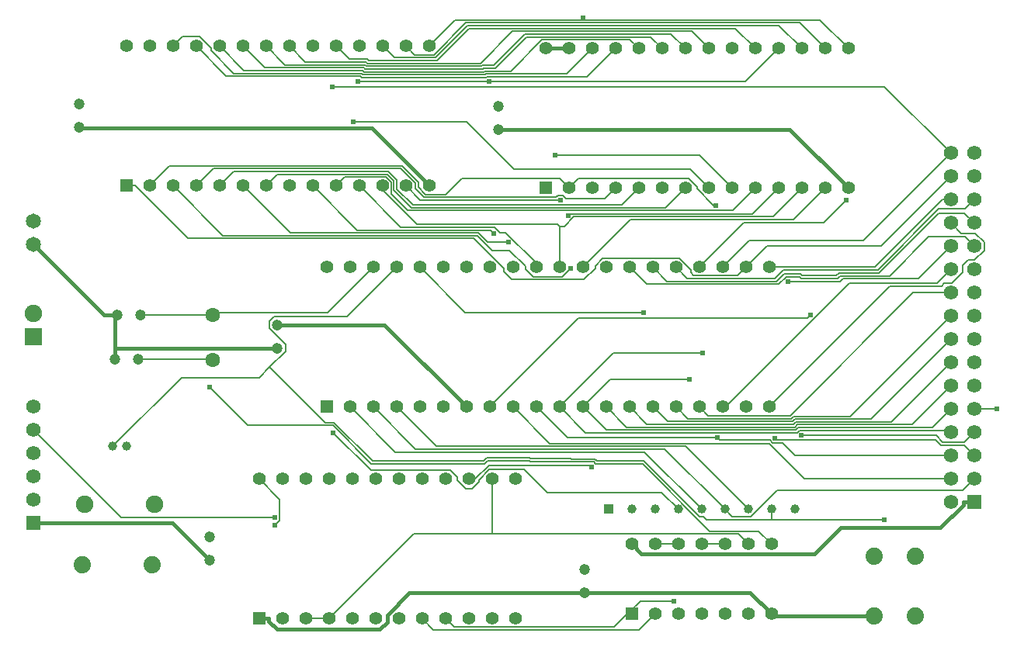
<source format=gtl>
G04 Layer: TopLayer*
G04 EasyEDA v6.5.39, 2024-01-14 17:56:52*
G04 c363591a1d08496683314aa892e3d9f8,ced954a3207a4d028f07e6fa70cdf7d5,10*
G04 Gerber Generator version 0.2*
G04 Scale: 100 percent, Rotated: No, Reflected: No *
G04 Dimensions in inches *
G04 leading zeros omitted , absolute positions ,3 integer and 6 decimal *
%FSLAX36Y36*%
%MOIN*%

%ADD10C,0.0060*%
%ADD11C,0.0180*%
%ADD12R,0.0550X0.0550*%
%ADD13C,0.0550*%
%ADD14C,0.0630*%
%ADD15C,0.0470*%
%ADD16C,0.0740*%
%ADD17C,0.0620*%
%ADD18R,0.0620X0.0620*%
%ADD19C,0.0650*%
%ADD20C,0.0750*%
%ADD21C,0.0394*%
%ADD22R,0.0748X0.0748*%
%ADD23C,0.0748*%
%ADD24R,0.0397X0.0397*%
%ADD25C,0.0397*%
%ADD26C,0.0240*%
%ADD27C,0.0109*%

%LPD*%
D10*
X3570000Y-2590000D02*
G01*
X3670000Y-2590000D01*
X1470000Y-1606999D02*
G01*
X1470000Y-1607100D01*
X1161000Y-1606999D02*
G01*
X1470000Y-1606999D01*
X1470000Y-1606999D02*
G01*
X1482100Y-1594899D01*
X1965100Y-1594899D01*
X2160000Y-1400000D01*
X2260000Y-2000000D02*
G01*
X2430399Y-2170399D01*
X3500399Y-2170399D01*
X3770000Y-2440000D01*
X3884099Y-2134800D02*
G01*
X3892799Y-2143499D01*
X4573500Y-2143499D01*
X4596899Y-2166900D01*
X4696899Y-2166900D01*
X4740000Y-2210000D01*
X700000Y-2100000D02*
G01*
X1076700Y-2476700D01*
X1736700Y-2476700D01*
X1670000Y-2310000D02*
G01*
X1757799Y-2397800D01*
X1757799Y-2490000D01*
X1738800Y-2509000D01*
X1151000Y-1796999D02*
G01*
X1466999Y-1796999D01*
X1470000Y-1800000D01*
X4640000Y-1310000D02*
G01*
X4500699Y-1449299D01*
X4176499Y-1449299D01*
X4163299Y-1462500D01*
X3941999Y-1462500D01*
X1600000Y-450000D02*
G01*
X1693000Y-543000D01*
X2119700Y-543000D01*
X2125000Y-548299D01*
X2630000Y-548299D01*
X2632600Y-545700D01*
X2683199Y-545700D01*
X2818199Y-410700D01*
X3350699Y-410700D01*
X3400000Y-460000D01*
X3460000Y-2000000D02*
G01*
X3510900Y-2050900D01*
X3954899Y-2050900D01*
X3965100Y-2040599D01*
X4209399Y-2040599D01*
X4640000Y-1610000D01*
X1400000Y-450000D02*
G01*
X1529399Y-579400D01*
X2104600Y-579400D01*
X2109899Y-584699D01*
X2645100Y-584699D01*
X2647700Y-582100D01*
X3077899Y-582100D01*
X3200000Y-460000D01*
X3360000Y-2000000D02*
G01*
X3423000Y-2063000D01*
X3959899Y-2063000D01*
X3970200Y-2052800D01*
X4297299Y-2052800D01*
X4640000Y-1710000D01*
X3006499Y-1405300D02*
G01*
X2970200Y-1441599D01*
X2848199Y-1441599D01*
X2814300Y-1407699D01*
X2814300Y-1395599D01*
X2746000Y-1327300D01*
X2669799Y-1327300D01*
X2607500Y-1265000D01*
X1515000Y-1265000D01*
X1300000Y-1050000D01*
X3160000Y-2000000D02*
G01*
X3247600Y-2087600D01*
X3969700Y-2087600D01*
X3980200Y-2076999D01*
X4473000Y-2076999D01*
X4640000Y-1910000D01*
X1500000Y-1050000D02*
G01*
X1560900Y-989099D01*
X2225299Y-989099D01*
X2262799Y-1026599D01*
X2262799Y-1065000D01*
X2330500Y-1132800D01*
X3227200Y-1132800D01*
X3300000Y-1060000D01*
X4740000Y-2310000D02*
G01*
X4690000Y-2360000D01*
X3893100Y-2360000D01*
X3781800Y-2471300D01*
X3701300Y-2471300D01*
X3670000Y-2440000D01*
X2160000Y-2000000D02*
G01*
X2342500Y-2182500D01*
X3412500Y-2182500D01*
X3670000Y-2440000D01*
D11*
X3870000Y-2890000D02*
G01*
X3878000Y-2898000D01*
X4311000Y-2898000D01*
X700000Y-2500000D02*
G01*
X1298000Y-2500000D01*
X1456999Y-2659000D01*
X3870000Y-2890000D02*
G01*
X3778999Y-2799000D01*
X3066999Y-2799000D01*
X3066999Y-2799000D02*
G01*
X2316199Y-2799000D01*
X2220000Y-2895200D01*
X2220000Y-2923899D01*
X2186999Y-2956900D01*
X1748800Y-2956900D01*
X1712500Y-2920599D01*
X1712500Y-2910000D01*
X1670000Y-2910000D02*
G01*
X1712500Y-2910000D01*
X700000Y-1303800D02*
G01*
X1003199Y-1606999D01*
X1051000Y-1606999D01*
X1051000Y-1606999D02*
G01*
X1061000Y-1606999D01*
X1051000Y-1749000D02*
G01*
X1746999Y-1749000D01*
X1051000Y-1606999D02*
G01*
X1051000Y-1749000D01*
X1051000Y-1749000D02*
G01*
X1051000Y-1796999D01*
X4200000Y-1060000D02*
G01*
X3948999Y-809000D01*
X2696999Y-809000D01*
X2400000Y-1050000D02*
G01*
X2153599Y-803600D01*
X901599Y-803600D01*
X896999Y-799000D01*
D10*
X2260000Y-1400000D02*
G01*
X2046899Y-1613099D01*
X1734200Y-1613099D01*
X1714399Y-1632899D01*
X1714399Y-1662500D01*
X1783699Y-1731799D01*
X1783699Y-1760999D01*
X1716199Y-1828499D01*
X1716199Y-1828499D02*
G01*
X1670100Y-1874600D01*
X1336300Y-1874600D01*
X1040900Y-2170000D01*
X4354200Y-2486599D02*
G01*
X3870900Y-2486599D01*
X3870000Y-2485700D01*
X3870000Y-2485700D02*
G01*
X3870000Y-2440000D01*
X4740000Y-2010000D02*
G01*
X4838800Y-2010000D01*
X1716199Y-1828499D02*
G01*
X1955900Y-2068099D01*
X1991899Y-2068099D01*
X2156300Y-2232399D01*
X2634399Y-2232399D01*
X2646499Y-2220300D01*
X2835200Y-2220300D01*
X2835699Y-2220799D01*
X3006400Y-2220799D01*
X3009600Y-2224099D01*
X3111499Y-2224099D01*
X3120399Y-2233000D01*
X3321499Y-2233000D01*
X3560500Y-2471999D01*
X3577700Y-2471999D01*
X3591400Y-2485700D01*
X3870000Y-2485700D01*
D11*
X1746999Y-1649000D02*
G01*
X2208999Y-1649000D01*
X2560000Y-2000000D01*
X2900000Y-460000D02*
G01*
X3000000Y-460000D01*
X3270000Y-2590000D02*
G01*
X3312600Y-2632600D01*
X4054799Y-2632600D01*
X4167200Y-2520200D01*
X4595299Y-2520200D01*
X4693999Y-2421500D01*
X4693999Y-2410000D01*
X4740000Y-2410000D02*
G01*
X4693999Y-2410000D01*
D10*
X1700000Y-450000D02*
G01*
X1780900Y-530900D01*
X2124700Y-530900D01*
X2130000Y-536199D01*
X2625000Y-536199D01*
X2627600Y-533499D01*
X2676400Y-533499D01*
X2811400Y-398499D01*
X3438500Y-398499D01*
X3500000Y-460000D01*
X2300000Y-450000D02*
G01*
X2337700Y-487699D01*
X2421000Y-487699D01*
X2558599Y-350000D01*
X3990000Y-350000D01*
X4100000Y-460000D01*
X4740000Y-1310000D02*
G01*
X4699799Y-1269800D01*
X4545900Y-1269800D01*
X4378500Y-1437199D01*
X4165399Y-1437199D01*
X4153299Y-1449299D01*
X3997500Y-1449299D01*
X3989600Y-1441399D01*
X3932899Y-1441399D01*
X3901300Y-1473099D01*
X3333100Y-1473099D01*
X3260000Y-1400000D01*
X3260000Y-2000000D02*
G01*
X3335100Y-2075100D01*
X3964899Y-2075100D01*
X3975200Y-2064899D01*
X4385100Y-2064899D01*
X4640000Y-1810000D01*
X1400000Y-1050000D02*
G01*
X1473100Y-976900D01*
X2278699Y-976900D01*
X2341599Y-1039899D01*
X2341599Y-1062899D01*
X2379099Y-1100399D01*
X2945900Y-1100399D01*
X2955699Y-1090599D01*
X2973199Y-1090599D01*
X2986800Y-1104099D01*
X3155900Y-1104099D01*
X3200000Y-1060000D01*
X1970000Y-2910000D02*
G01*
X1870000Y-2910000D01*
X2670000Y-2546599D02*
G01*
X2670000Y-2310000D01*
X3770000Y-2590000D02*
G01*
X3726599Y-2546599D01*
X2670000Y-2546599D01*
X2670000Y-2546599D02*
G01*
X2333400Y-2546599D01*
X1970000Y-2910000D01*
X4740000Y-1110000D02*
G01*
X4699899Y-1150199D01*
X4589499Y-1150199D01*
X4327500Y-1412100D01*
X3921800Y-1412100D01*
X3885200Y-1448800D01*
X3508800Y-1448800D01*
X3460000Y-1400000D01*
X2656499Y-600500D02*
G01*
X2656499Y-603200D01*
X3900000Y-460000D02*
G01*
X3759499Y-600500D01*
X2656499Y-600500D01*
X2656499Y-600500D02*
G01*
X2095799Y-600500D01*
X4640000Y-1410000D02*
G01*
X4580100Y-1469899D01*
X4204099Y-1469899D01*
X3673999Y-2000000D01*
X3660000Y-2000000D01*
X1800000Y-450000D02*
G01*
X1868800Y-518800D01*
X2129700Y-518800D01*
X2135000Y-524099D01*
X2619899Y-524099D01*
X2757600Y-386399D01*
X3526400Y-386399D01*
X3600000Y-460000D01*
X2200000Y-450000D02*
G01*
X2249799Y-499800D01*
X2426999Y-499800D01*
X2564700Y-362199D01*
X3902200Y-362199D01*
X4000000Y-460000D01*
X4740000Y-1210000D02*
G01*
X4698199Y-1168200D01*
X4588599Y-1168200D01*
X4331800Y-1425000D01*
X4160399Y-1425000D01*
X4148699Y-1436700D01*
X4001999Y-1436700D01*
X3994700Y-1429299D01*
X3924200Y-1429299D01*
X3892600Y-1460900D01*
X3420900Y-1460900D01*
X3360000Y-1400000D01*
X4191999Y-1110999D02*
G01*
X4095299Y-1207699D01*
X3752299Y-1207699D01*
X3560000Y-1400000D01*
X2000000Y-450000D02*
G01*
X2056599Y-506599D01*
X2134799Y-506599D01*
X2140100Y-511900D01*
X2433100Y-511900D01*
X2570699Y-374299D01*
X3714300Y-374299D01*
X3800000Y-460000D01*
X3097700Y-2257300D02*
G01*
X3091099Y-2250599D01*
X2656599Y-2250599D01*
X2597200Y-2310000D01*
X2570000Y-2310000D01*
X3998999Y-2122399D02*
G01*
X4576499Y-2122399D01*
X4605900Y-2151700D01*
X4698299Y-2151700D01*
X4740000Y-2110000D01*
X2060000Y-2000000D02*
G01*
X2254600Y-2194600D01*
X3324600Y-2194600D01*
X3570000Y-2440000D01*
X4640000Y-1510000D02*
G01*
X4478599Y-1510000D01*
X3949899Y-2038800D01*
X3598800Y-2038800D01*
X3560000Y-2000000D01*
X1500000Y-450000D02*
G01*
X1605100Y-555100D01*
X2114600Y-555100D01*
X2120000Y-560500D01*
X2635000Y-560500D01*
X2637700Y-557800D01*
X2749799Y-557800D01*
X2884799Y-422800D01*
X3262799Y-422800D01*
X3300000Y-460000D01*
X3060000Y-2000000D02*
G01*
X3159700Y-2099699D01*
X3974700Y-2099699D01*
X3985299Y-2089099D01*
X4560900Y-2089099D01*
X4640000Y-2010000D01*
X3060000Y-2000000D02*
G01*
X3178800Y-1881199D01*
X3518999Y-1881199D01*
X1600000Y-1050000D02*
G01*
X1802899Y-1252899D01*
X2612600Y-1252899D01*
X2652600Y-1292899D01*
X2741499Y-1292899D01*
X2960000Y-1400000D02*
G01*
X2960000Y-1223899D01*
X4000000Y-1060000D02*
G01*
X3876800Y-1183299D01*
X3021400Y-1183299D01*
X2980699Y-1223899D01*
X2960000Y-1223899D01*
X2200000Y-1050000D02*
G01*
X2200000Y-1067199D01*
X2349300Y-1216500D01*
X2952600Y-1216500D01*
X2960000Y-1223899D01*
X3760000Y-1400000D02*
G01*
X3852299Y-1307699D01*
X4342299Y-1307699D01*
X4640000Y-1010000D01*
X1100000Y-1050000D02*
G01*
X1136599Y-1050000D01*
X3760000Y-1400000D02*
G01*
X3723299Y-1436700D01*
X3536099Y-1436700D01*
X3523199Y-1423800D01*
X3523199Y-1410999D01*
X3475399Y-1363099D01*
X3144600Y-1363099D01*
X3113800Y-1394000D01*
X3113800Y-1404200D01*
X3064200Y-1453699D01*
X2756199Y-1453699D01*
X2721099Y-1418699D01*
X2721099Y-1406900D01*
X2591400Y-1277100D01*
X1363699Y-1277100D01*
X1363699Y-1277100D01*
X1136599Y-1050000D01*
X3270000Y-2890000D02*
G01*
X3251700Y-2890000D01*
X3251700Y-2890000D02*
G01*
X3194700Y-2946999D01*
X2506999Y-2946999D01*
X2470000Y-2910000D01*
X3251700Y-2890000D02*
G01*
X3306499Y-2835300D01*
X3449600Y-2835300D01*
X3860000Y-1400000D02*
G01*
X4315699Y-1400000D01*
X4605699Y-1110000D01*
X4640000Y-1110000D01*
X1300000Y-450000D02*
G01*
X1339899Y-410100D01*
X1413500Y-410100D01*
X1463199Y-459800D01*
X1463199Y-468200D01*
X1562299Y-567300D01*
X2109600Y-567300D01*
X2114899Y-572600D01*
X2640000Y-572600D01*
X2642700Y-569899D01*
X2990100Y-569899D01*
X3100000Y-460000D01*
X2960000Y-2000000D02*
G01*
X3071800Y-2111799D01*
X3979799Y-2111799D01*
X3990299Y-2101300D01*
X4631300Y-2101300D01*
X4640000Y-2110000D01*
X3572899Y-1768400D02*
G01*
X3191599Y-1768400D01*
X2960000Y-2000000D01*
X1700000Y-1050000D02*
G01*
X1748800Y-1001199D01*
X2220200Y-1001199D01*
X2249399Y-1030300D01*
X2249399Y-1069899D01*
X2324399Y-1144899D01*
X3415100Y-1144899D01*
X3500000Y-1060000D01*
X4100000Y-1060000D02*
G01*
X3964499Y-1195599D01*
X3264499Y-1195599D01*
X3060000Y-1400000D01*
X2300000Y-1050000D02*
G01*
X2362500Y-1112500D01*
X2963599Y-1112500D01*
X2964499Y-1111700D01*
X3062700Y-337899D02*
G01*
X3062700Y-328899D01*
X2400000Y-450000D02*
G01*
X2512100Y-337899D01*
X3062700Y-337899D01*
X3062700Y-337899D02*
G01*
X4077899Y-337899D01*
X4200000Y-460000D01*
X4640000Y-2310000D02*
G01*
X4012299Y-2310000D01*
X3860600Y-2158200D01*
X2918199Y-2158200D01*
X2760000Y-2000000D01*
X2942299Y-920300D02*
G01*
X3560299Y-920300D01*
X3700000Y-1060000D01*
X1900000Y-1050000D02*
G01*
X2090699Y-1240700D01*
X2664399Y-1240700D01*
X2677600Y-1253899D01*
X1456999Y-1914699D02*
G01*
X1622500Y-2080199D01*
X1986899Y-2080199D01*
X2151300Y-2244600D01*
X2639399Y-2244600D01*
X2651499Y-2232399D01*
X2830200Y-2232399D01*
X2833900Y-2236199D01*
X3106499Y-2236199D01*
X3115399Y-2245100D01*
X3316400Y-2245100D01*
X3605799Y-2534499D01*
X3814499Y-2534499D01*
X3870000Y-2590000D01*
X3470000Y-2440000D02*
G01*
X3399200Y-2369200D01*
X2906899Y-2369200D01*
X2806499Y-2268800D01*
X2659399Y-2268800D01*
X2613199Y-2315000D01*
X2613199Y-2322899D01*
X2583599Y-2352500D01*
X2558699Y-2352500D01*
X2520000Y-2313899D01*
X2520000Y-2303699D01*
X2489700Y-2273400D01*
X2150200Y-2273400D01*
X1987299Y-2110500D01*
X3321199Y-1594600D02*
G01*
X2554600Y-1594600D01*
X2360000Y-1400000D01*
X3370000Y-2590000D02*
G01*
X3470000Y-2590000D01*
X3900000Y-1060000D02*
G01*
X3789399Y-1170700D01*
X3004099Y-1170700D01*
X2996499Y-1178200D01*
X2100000Y-1050000D02*
G01*
X2278599Y-1228600D01*
X2682100Y-1228600D01*
X2704099Y-1250500D01*
X2704099Y-1250500D01*
X2728999Y-1250500D01*
X2860000Y-1381599D01*
X2860000Y-1400000D01*
X3370000Y-2890000D02*
G01*
X3300900Y-2959099D01*
X2419099Y-2959099D01*
X2370000Y-2910000D01*
X3660000Y-1400000D02*
G01*
X3775799Y-1284200D01*
X4265799Y-1284200D01*
X4640000Y-910000D01*
X4640000Y-910000D02*
G01*
X4354300Y-624299D01*
X1984899Y-624299D01*
X4640000Y-1210000D02*
G01*
X4685100Y-1255100D01*
X4746199Y-1255100D01*
X4783599Y-1292399D01*
X4783599Y-1328000D01*
X4741700Y-1369899D01*
X4713400Y-1369899D01*
X4690000Y-1393299D01*
X4690000Y-1423000D01*
X4643100Y-1469899D01*
X4612100Y-1469899D01*
X4599899Y-1481999D01*
X4378000Y-1481999D01*
X3860000Y-2000000D01*
X1200000Y-1050000D02*
G01*
X1285200Y-964800D01*
X2283800Y-964800D01*
X2353800Y-1034800D01*
X2353800Y-1056100D01*
X2385900Y-1088299D01*
X2472700Y-1088299D01*
X2540500Y-1020399D01*
X2960399Y-1020399D01*
X3000000Y-1060000D01*
X3000000Y-1060000D02*
G01*
X3040600Y-1019400D01*
X3515000Y-1019400D01*
X3550000Y-1054400D01*
X3550000Y-1063099D01*
X3622799Y-1135900D01*
X3631099Y-1135900D01*
X3638699Y-2132899D02*
G01*
X2992899Y-2132899D01*
X2860000Y-2000000D01*
X4640000Y-2210000D02*
G01*
X3971700Y-2210000D01*
X3917600Y-2155900D01*
X3875399Y-2155900D01*
X3863000Y-2143499D01*
X3863000Y-2143499D01*
X3649200Y-2143499D01*
X3638699Y-2132899D01*
X3600000Y-1060000D02*
G01*
X3520299Y-980300D01*
X2765399Y-980300D01*
X2561599Y-776500D01*
X2073500Y-776500D01*
X4037299Y-1606799D02*
G01*
X4025699Y-1618499D01*
X3041499Y-1618499D01*
X2660000Y-2000000D01*
X2000000Y-1050000D02*
G01*
X2036700Y-1013299D01*
X2215200Y-1013299D01*
X2237200Y-1035399D01*
X2237200Y-1084699D01*
X2309499Y-1156999D01*
X3703000Y-1156999D01*
X3800000Y-1060000D01*
D12*
G01*
X1960000Y-2000000D03*
D13*
G01*
X2060000Y-2000000D03*
G01*
X2160000Y-2000000D03*
G01*
X2260000Y-2000000D03*
G01*
X2360000Y-2000000D03*
G01*
X2460000Y-2000000D03*
G01*
X2560000Y-2000000D03*
G01*
X2660000Y-2000000D03*
G01*
X2760000Y-2000000D03*
G01*
X2860000Y-2000000D03*
G01*
X2960000Y-2000000D03*
G01*
X3060000Y-2000000D03*
G01*
X3160000Y-2000000D03*
G01*
X3260000Y-2000000D03*
G01*
X3360000Y-2000000D03*
G01*
X3460000Y-2000000D03*
G01*
X3560000Y-2000000D03*
G01*
X3660000Y-2000000D03*
G01*
X3760000Y-2000000D03*
G01*
X3860000Y-2000000D03*
G01*
X3860000Y-1400000D03*
G01*
X3760000Y-1400000D03*
G01*
X3660000Y-1400000D03*
G01*
X3560000Y-1400000D03*
G01*
X3460000Y-1400000D03*
G01*
X3360000Y-1400000D03*
G01*
X3260000Y-1400000D03*
G01*
X3160000Y-1400000D03*
G01*
X3060000Y-1400000D03*
G01*
X2960000Y-1400000D03*
G01*
X2860000Y-1400000D03*
G01*
X2760000Y-1400000D03*
G01*
X2660000Y-1400000D03*
G01*
X2560000Y-1400000D03*
G01*
X2460000Y-1400000D03*
G01*
X2360000Y-1400000D03*
G01*
X2260000Y-1400000D03*
G01*
X2160000Y-1400000D03*
G01*
X2060000Y-1400000D03*
G01*
X1960000Y-1400000D03*
D12*
G01*
X1670000Y-2910000D03*
D13*
G01*
X1770000Y-2910000D03*
G01*
X1870000Y-2910000D03*
G01*
X1970000Y-2910000D03*
G01*
X2070000Y-2910000D03*
G01*
X2170000Y-2910000D03*
G01*
X2270000Y-2910000D03*
G01*
X2370000Y-2910000D03*
G01*
X2470000Y-2910000D03*
G01*
X2570000Y-2910000D03*
G01*
X2670000Y-2910000D03*
G01*
X2770000Y-2910000D03*
G01*
X2770000Y-2310000D03*
G01*
X2670000Y-2310000D03*
G01*
X2570000Y-2310000D03*
G01*
X2470000Y-2310000D03*
G01*
X2370000Y-2310000D03*
G01*
X2270000Y-2310000D03*
G01*
X2170000Y-2310000D03*
G01*
X2070000Y-2310000D03*
G01*
X1970000Y-2310000D03*
G01*
X1870000Y-2310000D03*
G01*
X1770000Y-2310000D03*
G01*
X1670000Y-2310000D03*
D12*
G01*
X2900000Y-1060000D03*
D13*
G01*
X3000000Y-1060000D03*
G01*
X3100000Y-1060000D03*
G01*
X3200000Y-1060000D03*
G01*
X3300000Y-1060000D03*
G01*
X3400000Y-1060000D03*
G01*
X3500000Y-1060000D03*
G01*
X3600000Y-1060000D03*
G01*
X3700000Y-1060000D03*
G01*
X3800000Y-1060000D03*
G01*
X3900000Y-1060000D03*
G01*
X4000000Y-1060000D03*
G01*
X4100000Y-1060000D03*
G01*
X4200000Y-1060000D03*
G01*
X4200000Y-460000D03*
G01*
X4100000Y-460000D03*
G01*
X4000000Y-460000D03*
G01*
X3900000Y-460000D03*
G01*
X3800000Y-460000D03*
G01*
X3700000Y-460000D03*
G01*
X3600000Y-460000D03*
G01*
X3500000Y-460000D03*
G01*
X3400000Y-460000D03*
G01*
X3300000Y-460000D03*
G01*
X3200000Y-460000D03*
G01*
X3100000Y-460000D03*
G01*
X3000000Y-460000D03*
G01*
X2900000Y-460000D03*
D12*
G01*
X1100000Y-1050000D03*
D13*
G01*
X1200000Y-1050000D03*
G01*
X1300000Y-1050000D03*
G01*
X1400000Y-1050000D03*
G01*
X1500000Y-1050000D03*
G01*
X1600000Y-1050000D03*
G01*
X1700000Y-1050000D03*
G01*
X1800000Y-1050000D03*
G01*
X1900000Y-1050000D03*
G01*
X2000000Y-1050000D03*
G01*
X2100000Y-1050000D03*
G01*
X2200000Y-1050000D03*
G01*
X2300000Y-1050000D03*
G01*
X2400000Y-1050000D03*
G01*
X2400000Y-450000D03*
G01*
X2300000Y-450000D03*
G01*
X2200000Y-450000D03*
G01*
X2100000Y-450000D03*
G01*
X2000000Y-450000D03*
G01*
X1900000Y-450000D03*
G01*
X1800000Y-450000D03*
G01*
X1700000Y-450000D03*
G01*
X1600000Y-450000D03*
G01*
X1500000Y-450000D03*
G01*
X1400000Y-450000D03*
G01*
X1300000Y-450000D03*
G01*
X1200000Y-450000D03*
G01*
X1100000Y-450000D03*
D14*
G01*
X1470000Y-1800000D03*
G01*
X1470000Y-1607080D03*
D15*
G01*
X1151000Y-1796999D03*
G01*
X1051000Y-1796999D03*
G01*
X1161000Y-1606999D03*
G01*
X1061000Y-1606999D03*
D16*
G01*
X4488999Y-2641999D03*
G01*
X4488999Y-2898000D03*
G01*
X4311000Y-2641999D03*
G01*
X4311000Y-2898000D03*
D17*
G01*
X700000Y-2000000D03*
G01*
X700000Y-2100000D03*
G01*
X700000Y-2200000D03*
G01*
X700000Y-2300000D03*
G01*
X700000Y-2400000D03*
D18*
G01*
X700000Y-2500000D03*
D15*
G01*
X2696999Y-709000D03*
G01*
X2696999Y-809000D03*
G01*
X896999Y-699000D03*
G01*
X896999Y-799000D03*
G01*
X1746999Y-1649000D03*
G01*
X1746999Y-1749000D03*
G01*
X3066999Y-2699000D03*
G01*
X3066999Y-2799000D03*
G01*
X1456999Y-2559000D03*
G01*
X1456999Y-2659000D03*
D19*
G01*
X700000Y-1203800D03*
G01*
X700000Y-1303800D03*
D16*
G01*
X910000Y-2680000D03*
G01*
X1210000Y-2680000D03*
D18*
G01*
X4740000Y-2410000D03*
D17*
G01*
X4640000Y-2410000D03*
G01*
X4740000Y-2310000D03*
G01*
X4640000Y-2310000D03*
G01*
X4740000Y-2210000D03*
G01*
X4640000Y-2210000D03*
G01*
X4740000Y-2110000D03*
G01*
X4640000Y-2110000D03*
G01*
X4740000Y-2010000D03*
G01*
X4640000Y-2010000D03*
G01*
X4740000Y-1910000D03*
G01*
X4640000Y-1910000D03*
G01*
X4740000Y-1810000D03*
G01*
X4640000Y-1810000D03*
G01*
X4740000Y-1710000D03*
G01*
X4640000Y-1710000D03*
G01*
X4740000Y-1610000D03*
G01*
X4640000Y-1610000D03*
G01*
X4740000Y-1510000D03*
G01*
X4640000Y-1510000D03*
G01*
X4740000Y-1410000D03*
G01*
X4640000Y-1410000D03*
G01*
X4740000Y-1310000D03*
G01*
X4640000Y-1310000D03*
G01*
X4740000Y-1210000D03*
G01*
X4640000Y-1210000D03*
G01*
X4740000Y-1110000D03*
G01*
X4640000Y-1110000D03*
G01*
X4740000Y-1010000D03*
G01*
X4640000Y-1010000D03*
G01*
X4740000Y-910000D03*
G01*
X4640000Y-910000D03*
D20*
G01*
X920000Y-2420000D03*
G01*
X1220000Y-2420000D03*
D21*
G01*
X1100000Y-2170000D03*
G01*
X1040900Y-2170000D03*
D12*
G01*
X3270000Y-2890000D03*
D13*
G01*
X3370000Y-2890000D03*
G01*
X3470000Y-2890000D03*
G01*
X3570000Y-2890000D03*
G01*
X3670000Y-2890000D03*
G01*
X3770000Y-2890000D03*
G01*
X3870000Y-2890000D03*
G01*
X3870000Y-2590000D03*
G01*
X3770000Y-2590000D03*
G01*
X3670000Y-2590000D03*
G01*
X3570000Y-2590000D03*
G01*
X3470000Y-2590000D03*
G01*
X3370000Y-2590000D03*
G01*
X3270000Y-2590000D03*
D22*
G01*
X700000Y-1700000D03*
D23*
G01*
X700000Y-1600000D03*
D24*
G01*
X3169949Y-2439949D03*
D25*
G01*
X3270000Y-2440000D03*
G01*
X3370000Y-2440000D03*
G01*
X3470000Y-2440000D03*
G01*
X3570000Y-2440000D03*
G01*
X3670000Y-2440000D03*
G01*
X3770000Y-2440000D03*
G01*
X3870000Y-2440000D03*
G01*
X3970000Y-2440000D03*
D26*
G01*
X4037299Y-1606799D03*
G01*
X2073500Y-776500D03*
G01*
X3638699Y-2132899D03*
G01*
X3631099Y-1135900D03*
G01*
X1984899Y-624299D03*
G01*
X2996499Y-1178200D03*
G01*
X3321199Y-1594600D03*
G01*
X1987299Y-2110500D03*
G01*
X1456999Y-1914699D03*
G01*
X2677600Y-1253899D03*
G01*
X2942299Y-920300D03*
G01*
X3062700Y-328899D03*
G01*
X2964499Y-1111700D03*
G01*
X3572899Y-1768400D03*
G01*
X3449600Y-2835300D03*
G01*
X2741499Y-1292899D03*
G01*
X3518999Y-1881199D03*
G01*
X3998999Y-2122399D03*
G01*
X3097700Y-2257300D03*
G01*
X4191999Y-1110999D03*
G01*
X2656499Y-603200D03*
G01*
X2095799Y-600500D03*
G01*
X4838800Y-2010000D03*
G01*
X4354200Y-2486599D03*
G01*
X3006499Y-1405300D03*
G01*
X3941999Y-1462500D03*
G01*
X1738800Y-2509000D03*
G01*
X1736700Y-2476700D03*
G01*
X3884099Y-2134800D03*
M02*

</source>
